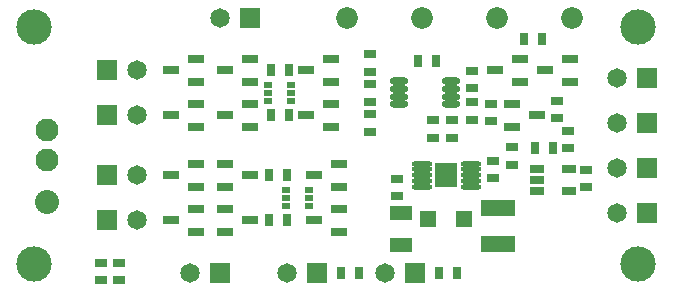
<source format=gts>
G04 Layer_Color=8388736*
%FSLAX24Y24*%
%MOIN*%
G70*
G01*
G75*
%ADD40R,0.0414X0.0257*%
%ADD41R,0.0257X0.0414*%
%ADD42R,0.0572X0.0296*%
%ADD43R,0.0721X0.0800*%
%ADD44O,0.0690X0.0178*%
%ADD45O,0.0631X0.0237*%
%ADD46R,0.0296X0.0225*%
%ADD47R,0.0473X0.0296*%
%ADD48R,0.0572X0.0572*%
%ADD49R,0.1162X0.0552*%
%ADD50R,0.0729X0.0493*%
%ADD51R,0.0651X0.0651*%
%ADD52C,0.0651*%
%ADD53C,0.0721*%
%ADD54C,0.0769*%
%ADD55C,0.0060*%
%ADD56C,0.0800*%
%ADD57C,0.1175*%
D40*
X16150Y15345D02*
D03*
Y14755D02*
D03*
X15550D02*
D03*
Y15345D02*
D03*
X30750Y20155D02*
D03*
Y20745D02*
D03*
X27900Y21745D02*
D03*
Y21155D02*
D03*
X28600Y18745D02*
D03*
Y18155D02*
D03*
X28550Y20055D02*
D03*
Y20645D02*
D03*
X27900Y20695D02*
D03*
Y20105D02*
D03*
X27250Y19505D02*
D03*
Y20095D02*
D03*
X26600Y19505D02*
D03*
Y20095D02*
D03*
X24500Y22295D02*
D03*
Y21705D02*
D03*
Y21295D02*
D03*
Y20705D02*
D03*
Y20295D02*
D03*
Y19705D02*
D03*
X29250Y18605D02*
D03*
Y19195D02*
D03*
X31100Y19745D02*
D03*
Y19155D02*
D03*
X31700Y17855D02*
D03*
Y18445D02*
D03*
X25400Y18145D02*
D03*
Y17555D02*
D03*
D41*
X29655Y22800D02*
D03*
X30245D02*
D03*
X30600Y19150D02*
D03*
X30009D02*
D03*
X26105Y22050D02*
D03*
X26695D02*
D03*
X21795Y21750D02*
D03*
X21205D02*
D03*
X21795Y20250D02*
D03*
X21205D02*
D03*
X26805Y15000D02*
D03*
X27395D02*
D03*
X23555D02*
D03*
X24145D02*
D03*
X21745Y16750D02*
D03*
X21155D02*
D03*
X21745Y18250D02*
D03*
X21155D02*
D03*
D42*
X31163Y21376D02*
D03*
Y22124D02*
D03*
X30337Y21750D02*
D03*
X29237Y20624D02*
D03*
Y19876D02*
D03*
X30063Y20250D02*
D03*
X29513Y21376D02*
D03*
Y22124D02*
D03*
X28687Y21750D02*
D03*
X23213Y21376D02*
D03*
Y22124D02*
D03*
X22387Y21750D02*
D03*
X23213Y19876D02*
D03*
Y20624D02*
D03*
X22387Y20250D02*
D03*
X23463Y17876D02*
D03*
Y18624D02*
D03*
X22637Y18250D02*
D03*
X23463Y16376D02*
D03*
Y17124D02*
D03*
X22637Y16750D02*
D03*
X19687Y17124D02*
D03*
Y16376D02*
D03*
X20513Y16750D02*
D03*
X19687Y18624D02*
D03*
Y17876D02*
D03*
X20513Y18250D02*
D03*
Y19876D02*
D03*
Y20624D02*
D03*
X19687Y20250D02*
D03*
X20513Y21376D02*
D03*
Y22124D02*
D03*
X19687Y21750D02*
D03*
X18713Y16376D02*
D03*
Y17124D02*
D03*
X17887Y16750D02*
D03*
X18713Y17876D02*
D03*
Y18624D02*
D03*
X17887Y18250D02*
D03*
X18713Y21376D02*
D03*
Y22124D02*
D03*
X17887Y21750D02*
D03*
X18713Y19876D02*
D03*
Y20624D02*
D03*
X17887Y20250D02*
D03*
D43*
X27050Y18250D02*
D03*
D44*
X27867Y17856D02*
D03*
Y18053D02*
D03*
Y18250D02*
D03*
Y18447D02*
D03*
Y18644D02*
D03*
X26233Y17856D02*
D03*
Y18053D02*
D03*
Y18250D02*
D03*
Y18447D02*
D03*
Y18644D02*
D03*
D45*
X25484Y21384D02*
D03*
Y21128D02*
D03*
Y20872D02*
D03*
Y20616D02*
D03*
X27216Y21384D02*
D03*
Y21128D02*
D03*
Y20872D02*
D03*
Y20616D02*
D03*
D46*
X21126Y21256D02*
D03*
Y21000D02*
D03*
Y20744D02*
D03*
X21874D02*
D03*
Y21000D02*
D03*
Y21256D02*
D03*
X22474Y17244D02*
D03*
Y17500D02*
D03*
Y17756D02*
D03*
X21726D02*
D03*
Y17500D02*
D03*
Y17244D02*
D03*
D47*
X31136Y18474D02*
D03*
Y17726D02*
D03*
X30073D02*
D03*
Y18100D02*
D03*
Y18474D02*
D03*
D48*
X26459Y16800D02*
D03*
X27641D02*
D03*
D49*
X28790Y17150D02*
D03*
Y15950D02*
D03*
D50*
X25550Y16982D02*
D03*
Y15919D02*
D03*
D51*
X20500Y23500D02*
D03*
X15750Y20250D02*
D03*
X33750Y18500D02*
D03*
X15750Y16750D02*
D03*
Y18250D02*
D03*
X22750Y15000D02*
D03*
X19500D02*
D03*
X33750Y17000D02*
D03*
Y20000D02*
D03*
X15750Y21750D02*
D03*
X26000Y15000D02*
D03*
X33750Y21500D02*
D03*
D52*
X19500Y23500D02*
D03*
X16750Y20250D02*
D03*
X32750Y18500D02*
D03*
X16750Y16750D02*
D03*
Y18250D02*
D03*
X21750Y15000D02*
D03*
X18500D02*
D03*
X32750Y17000D02*
D03*
Y20000D02*
D03*
X16750Y21750D02*
D03*
X25000Y15000D02*
D03*
X32750Y21500D02*
D03*
D53*
X31250Y23500D02*
D03*
X23750D02*
D03*
X28750D02*
D03*
X26250D02*
D03*
D54*
X13750Y19750D02*
D03*
Y18750D02*
D03*
D55*
X12750Y19750D02*
D03*
Y18750D02*
D03*
D56*
X13750Y17350D02*
D03*
D57*
X33450Y15300D02*
D03*
Y23200D02*
D03*
X13300Y15300D02*
D03*
Y23200D02*
D03*
M02*

</source>
